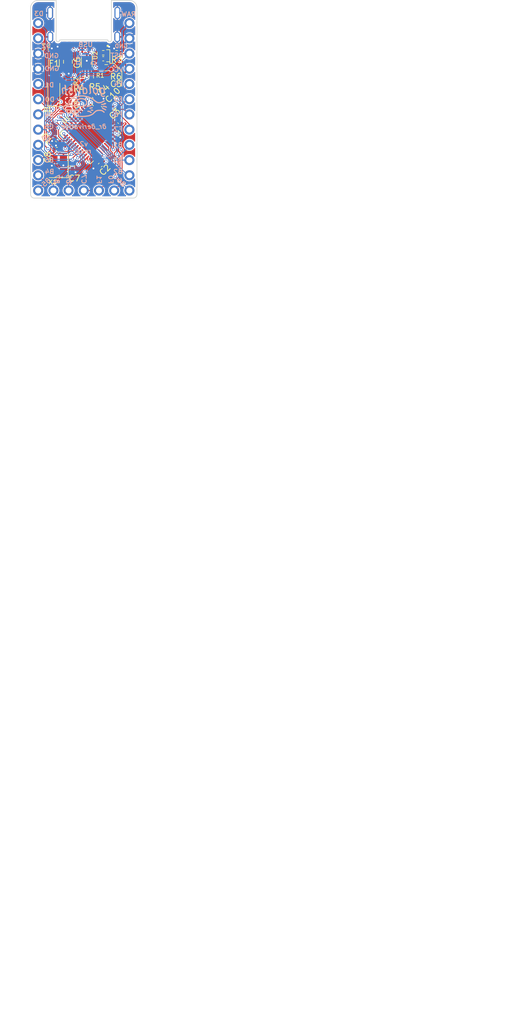
<source format=kicad_pcb>
(kicad_pcb (version 20221018) (generator pcbnew)
  (title_block (title "Goldfish v2") (date "2022-05-24") (rev "0"))
  (layers (0 "F.Cu" signal) (1 "In1.Cu" power) (2 "In2.Cu" power) (31 "B.Cu" signal) (34 "B.Paste" user) (35 "F.Paste" user) (36 "B.SilkS" user "B.Silkscreen") (37 "F.SilkS" user "F.Silkscreen") (38 "B.Mask" user) (39 "F.Mask" user) (44 "Edge.Cuts" user))
  (net 0 "")
  (net 1 "VCC")
  (net 2 "GND")
  (net 3 "VBUS")
  (net 4 "Net-(U1-XTAL1)")
  (net 5 "Net-(U1-XTAL2)")
  (net 6 "/D+")
  (net 7 "/D-")
  (net 8 "Net-(U1-UCAP)")
  (net 9 "Net-(U1-AREF)")
  (net 10 "/~{RESET}")
  (net 11 "/PF4")
  (net 12 "/PF5")
  (net 13 "/PF6")
  (net 14 "/PF7")
  (net 15 "/PB1")
  (net 16 "/PB3")
  (net 17 "/PB2")
  (net 18 "/PB6")
  (net 19 "/PB5")
  (net 20 "/PB4")
  (net 21 "/PE6")
  (net 22 "/PD7")
  (net 23 "/PC6")
  (net 24 "/PD4")
  (net 25 "/PD0")
  (net 26 "/PD1")
  (net 27 "/PD2")
  (net 28 "/PD3")
  (net 29 "/PF0")
  (net 30 "/PF1")
  (net 31 "/PC7")
  (net 32 "/PD5")
  (net 33 "/PB7")
  (net 34 "Net-(R4-Pad1)")
  (net 35 "/PD+")
  (net 36 "Net-(J1-CC1)")
  (net 37 "Net-(J1-CC2)")
  (net 38 "/PD-")
  (net 39 "Net-(R5-Pad2)")
  (net 40 "/RAW")
  (footprint "Goldfish_V2:TYPE-610-1.6-T3" (layer "F.Cu") (at 30 25.6 180)
    (fp_text reference "J1")
    (fp_text value "USB_C_Receptacle_16P")
    (fp_line (start -4.62 -4.5) (end -4.62 2.1) (stroke (width 0.12)) (layer "Edge.Cuts"))
    (fp_line (start -4.02 -4.5) (end 4.02 -4.5) (stroke (width 0.12)) (layer "Edge.Cuts"))
    (fp_line (start 4.62 -4.5) (end 4.62 2.1) (stroke (width 0.12)) (layer "Edge.Cuts"))
    (fp_arc (start -4.62 -4.5) (mid -4.32 -4.8) (end -4.02 -4.5) (stroke (width 0.12)) (layer "Edge.Cuts"))
    (fp_arc (start 4.02 -4.5) (mid 4.32 -4.8) (end 4.62 -4.5) (stroke (width 0.12)) (layer "Edge.Cuts"))
  )
  (footprint "Resistor_SMD:R_0402_1005Metric" (layer "F.Cu") (at 31.25 36.3375 90)
    (fp_text reference "R5")
    (fp_text value "22R")
  )
  (footprint "Capacitor_SMD:C_0402_1005Metric" (layer "F.Cu") (at 25.6 46.8 135)
    (fp_text reference "C1")
    (fp_text value "100nF")
  )
  (footprint "Resistor_SMD:R_0603_1608Metric" (layer "F.Cu") (at 27.5 37.99 90)
    (fp_text reference "R2")
    (fp_text value "5k1")
  )
  (footprint "Diode_SMD:D_SOD-123F" (layer "F.Cu") (at 25 39 90)
    (fp_text reference "D1")
    (fp_text value "D_Schottky")
  )
  (footprint "Capacitor_SMD:C_0402_1005Metric" (layer "F.Cu") (at 33.25 33.25)
    (fp_text reference "C5")
    (fp_text value "100nF")
  )
  (footprint "Resistor_SMD:R_0402_1005Metric" (layer "F.Cu") (at 35.5 32.25 180)
    (fp_text reference "R3")
    (fp_text value "10k")
  )
  (footprint "Crystal:Crystal_SMD_SeikoEpson_FA238-4Pin_3.2x2.5mm" (layer "F.Cu") (at 25.8 51.1 90)
    (fp_text reference "X1")
    (fp_text value "16MHz")
  )
  (footprint "Capacitor_SMD:C_0402_1005Metric" (layer "F.Cu") (at 25.5 48.4 180)
    (fp_text reference "C8")
    (fp_text value "15pF")
  )
  (footprint "Package_DFN_QFN:QFN-44-1EP_7x7mm_P0.5mm_EP5.2x5.2mm" (layer "F.Cu") (at 31.1 45.7 -45)
    (fp_text reference "U1")
    (fp_text value "ATmega32U4-MU")
  )
  (footprint "Goldfish_V2:Pins_x12" (layer "F.Cu") (at 37.62 27.3)
    (fp_text reference "J3" hide)
    (fp_text value "Conn_01x12" hide)
  )
  (footprint "Capacitor_SMD:C_0402_1005Metric" (layer "F.Cu") (at 28.1 51.2 -90)
    (fp_text reference "C7")
    (fp_text value "15pF")
  )
  (footprint "Resistor_SMD:R_0402_1005Metric" (layer "F.Cu") (at 33.25 32.25 180)
    (fp_text reference "R6")
    (fp_text value "10k")
  )
  (footprint "Goldfish_V2:Pins_x05" (layer "F.Cu") (at 35.08 55.24 -90)
    (fp_text reference "J5" hide)
    (fp_text value "Conn_01x05" hide)
  )
  (footprint "Fuse:Fuse_1206_3216Metric" (layer "F.Cu") (at 25 34 -90)
    (fp_text reference "F1")
    (fp_text value "500mA")
  )
  (footprint "Capacitor_SMD:C_0402_1005Metric" (layer "F.Cu") (at 32.75 51 -135)
    (fp_text reference "C2")
    (fp_text value "100nF")
  )
  (footprint "Capacitor_SMD:C_0402_1005Metric" (layer "F.Cu") (at 36 43.75 135)
    (fp_text reference "C3")
    (fp_text value "100nF")
  )
  (footprint "Goldfish_V2:Pins_x12" (layer "F.Cu") (at 22.38 55.24 180)
    (fp_text reference "J4" hide)
    (fp_text value "Conn_01x12" hide)
  )
  (footprint "Capacitor_SMD:C_0402_1005Metric" (layer "F.Cu") (at 31.75 39.5 135)
    (fp_text reference "C4")
    (fp_text value "100nF")
  )
  (footprint "Capacitor_SMD:C_0603_1608Metric" (layer "F.Cu") (at 27.5 41 90)
    (fp_text reference "C9")
    (fp_text value "1uF")
  )
  (footprint "Package_TO_SOT_SMD:SOT-666" (layer "F.Cu") (at 30.5 33.8375 -90)
    (fp_text reference "U2")
    (fp_text value "USBLC6-2P6")
  )
  (footprint "Capacitor_SMD:C_0805_2012Metric" (layer "F.Cu") (at 27.35 33.75 -90)
    (fp_text reference "C6")
    (fp_text value "4.7uF")
  )
  (footprint "Resistor_SMD:R_0603_1608Metric" (layer "F.Cu") (at 33.75 34.75)
    (fp_text reference "R1")
    (fp_text value "5k1")
  )
  (footprint "Resistor_SMD:R_0402_1005Metric" (layer "F.Cu") (at 29.75 36.3375 -90)
    (fp_text reference "R4")
    (fp_text value "22R")
  )
  (footprint "Capacitor_SMD:C_0402_1005Metric" (layer "F.Cu") (at 33.25 41 135)
    (fp_text reference "C10")
    (fp_text value "100nF")
  )
  (footprint "Goldfish Logo:Goldfish_Silkscreen" (layer "B.Cu") (at 30.166448 41.39637 180)
    (fp_text reference "G***" hide)
    (fp_text value "LOGO" hide)
  )
  (gr_line (start 36.36 37.86) (end 36.36 35.35) (stroke (width 0.12)) (layer "F.SilkS"))
  (gr_line (start 34.36 34.02) (end 34.36 31.74) (stroke (width 0.12)) (layer "F.SilkS"))
  (gr_line (start 34.36 31.74) (end 34.1 31.74) (stroke (width 0.12)) (layer "F.SilkS"))
  (gr_line (start 34.1 31.74) (end 33.8 31.74) (stroke (width 0.12)) (layer "F.SilkS"))
  (gr_line (start 36.36 35.35) (end 35.1 34.02) (stroke (width 0.12)) (layer "F.SilkS"))
  (gr_line (start 33.81 33.75) (end 34.36 33.75) (stroke (width 0.12)) (layer "F.SilkS"))
  (gr_line (start 35.1 34.02) (end 34.36 34.02) (stroke (width 0.12)) (layer "F.SilkS"))
  (gr_arc (start 38.89 55.875) (mid 38.704013 56.324013) (end 38.255 56.51) (stroke (width 0.12)) (layer "Edge.Cuts"))
  (gr_line (start 38.255 56.51) (end 21.745 56.51) (stroke (width 0.12)) (layer "Edge.Cuts"))
  (gr_line (start 37.62 23.5) (end 34.62 23.5) (stroke (width 0.12)) (layer "Edge.Cuts"))
  (gr_arc (start 21.11 24.76) (mid 21.485489 23.868418) (end 22.38 23.499961) (stroke (width 0.12)) (layer "Edge.Cuts"))
  (gr_line (start 38.89 24.77) (end 38.89 55.875) (stroke (width 0.12)) (layer "Edge.Cuts"))
  (gr_arc (start 37.62 23.5) (mid 38.518026 23.871974) (end 38.89 24.77) (stroke (width 0.12)) (layer "Edge.Cuts"))
  (gr_arc (start 21.745 56.51) (mid 21.295987 56.324013) (end 21.11 55.875) (stroke (width 0.12)) (layer "Edge.Cuts"))
  (gr_line (start 22.38 23.5) (end 25.38 23.5) (stroke (width 0.12)) (layer "Edge.Cuts"))
  (gr_line (start 21.11 55.875) (end 21.11 24.76) (stroke (width 0.12)) (layer "Edge.Cuts"))
  (gr_text "D+" (at 29.07 32.44 270) (layer "B.SilkS") (effects (font (size 0.75 0.8)) (justify right mirror)))
  (gr_text "USB" (at 30.3 30.89) (layer "B.SilkS") (effects (font (size 0.75 0.8)) (justify mirror)))
  (gr_text "D0" (at 23.45 40.05) (layer "B.SilkS") (effects (font (size 0.75 0.8)) (justify right mirror)))
  (gr_text "VCC" (at 36.65 35.06) (layer "B.SilkS") (effects (font (size 0.75 0.8)) (justify left mirror)))
  (gr_text "B4" (at 23.396 52.1) (layer "B.SilkS") (effects (font (size 0.75 0.8)) (justify right mirror)))
  (gr_text "F7" (at 36.58 45.02) (layer "B.SilkS") (effects (font (size 0.75 0.8)) (justify left mirror)))
  (gr_text "F6" (at 36.604 42.54) (layer "B.SilkS") (effects (font (size 0.75 0.8)) (justify left mirror)))
  (gr_text "C7" (at 30 54.224 -90) (layer "B.SilkS") (effects (font (size 0.75 0.8)) (justify left mirror)))
  (gr_text "GND" (at 37.42 31.13) (layer "B.SilkS") (effects (font (size 0.65 0.7)) (justify left mirror)))
  (gr_text "B1" (at 36.604 47.62) (layer "B.SilkS") (effects (font (size 0.75 0.8)) (justify left mirror)))
  (gr_text "B5" (at 23.1 54.5 45) (layer "B.SilkS") (effects (font (size 0.75 0.8)) (justify right mirror)))
  (gr_text "GND" (at 23.29 32.75) (layer "B.SilkS") (effects (font (size 0.75 0.8)) (justify right mirror)))
  (gr_text "D3" (at 21.62 25.72) (layer "B.SilkS") (effects (font (size 0.75 0.8)) (justify right mirror)))
  (gr_text "D7" (at 22.79 46.68) (layer "B.SilkS") (effects (font (size 0.75 0.8)) (justify right mirror)))
  (gr_text "∂r_∂erivative" (at 30.04 44.57) (layer "B.SilkS") (effects (font (size 0.75 0.8) (thickness 0.15) italic) (justify mirror)))
  (gr_text "D4" (at 23.37 42.64) (layer "B.SilkS") (effects (font (size 0.75 0.8)) (justify right mirror)))
  (gr_text "goldfish" (at 29.95 38.43) (layer "B.SilkS") (effects (font (size 1.4 1.25) (thickness 0.2) italic) (justify mirror)))
  (gr_text "B6" (at 36.9 54.5 -45) (layer "B.SilkS") (effects (font (size 0.75 0.8)) (justify left mirror)))
  (gr_text "RAW" (at 37.5 25.8) (layer "B.SilkS") (effects (font (size 0.75 0.8)) (justify mirror)))
  (gr_text "D1" (at 23.356 37.62) (layer "B.SilkS") (effects (font (size 0.75 0.8)) (justify right mirror)))
  (gr_text "C6" (at 23.32 44.57) (layer "B.SilkS") (effects (font (size 0.75 0.8)) (justify right mirror)))
  (gr_text "RST" (at 36.74 32.7) (layer "B.SilkS") (effects (font (size 0.75 0.8)) (justify left mirror)))
  (gr_text "F4" (at 36.604 37.46) (layer "B.SilkS") (effects (font (size 0.75 0.8)) (justify left mirror)))
  (gr_text "B7" (at 25.5 54.224 -90) (layer "B.SilkS") (effects (font (size 0.75 0.8)) (justify left mirror)))
  (gr_text "F0" (at 34.5 54.224 -90) (layer "B.SilkS") (effects (font (size 0.75 0.8)) (justify left mirror)))
  (gr_text "D2" (at 22.83 31.06) (layer "B.SilkS") (effects (font (size 0.75 0.8)) (justify right mirror)))
  (gr_text "D-" (at 31.57 32.45 270) (layer "B.SilkS") (effects (font (size 0.75 0.8)) (justify right mirror)))
  (gr_text "B3" (at 36.604 50.16) (layer "B.SilkS") (effects (font (size 0.75 0.8)) (justify left mirror)))
  (gr_text "v2\nrev1" (at 30 48.08) (layer "B.SilkS") (effects (font (size 0.75 0.8)) (justify mirror)))
  (gr_text "GND" (at 23.36 34.89) (layer "B.SilkS") (effects (font (size 0.75 0.8)) (justify right mirror)))
  (gr_text "B2" (at 36.604 52.1) (layer "B.SilkS") (effects (font (size 0.75 0.8)) (justify left mirror)))
  (gr_text "E6" (at 23.396 50.16) (layer "B.SilkS") (effects (font (size 0.75 0.8)) (justify right mirror)))
  (gr_text "F1" (at 32.54 54.224 -90) (layer "B.SilkS") (effects (font (size 0.75 0.8)) (justify left mirror)))
  (gr_text "F5" (at 36.604 40) (layer "B.SilkS") (effects (font (size 0.75 0.8)) (justify left mirror)))
  (gr_text "D5" (at 27.46 54.224 -90) (layer "B.SilkS") (effects (font (size 0.75 0.8)) (justify left mirror)))
  (segment (start 37.502182 34.92) (end 37.62 34.92) (width 0.3) (layer "F.Cu") (net 1))
  (segment (start 34.99 32.29) (end 37.62 34.92) (width 0.3) (layer "F.Cu") (net 1))
  (segment (start 26.904016 47.774664) (end 27.679371 46.999309) (width 0.3) (layer "F.Cu") (net 1))
  (segment (start 33.41 50.34) (end 33.7 50.34) (width 0.25) (layer "F.Cu") (net 1))
  (segment (start 33.089411 50.660589) (end 33.089411 50.517838) (width 0.25) (layer "F.Cu") (net 1))
  (segment (start 34.99 32.25) (end 34.99 32.29) (width 0.3) (layer "F.Cu") (net 1))
  (segment (start 31.164402 41.044464) (end 31.164402 40.602867) (width 0.3) (layer "F.Cu") (net 1))
  (segment (start 32.582771 39.839411) (end 37.502182 34.92) (width 0.3) (layer "F.Cu") (net 1))
  (segment (start 35.848822 44.58) (end 36.339411 44.089411) (width 0.3) (layer "F.Cu") (net 1))
  (segment (start 33.089411 50.660589) (end 33.41 50.34) (width 0.25) (layer "F.Cu") (net 1))
  (segment (start 35.52 45.400062) (end 35.227736 45.107798) (width 0.3) (layer "F.Cu") (net 1))
  (segment (start 33.089411 50.517838) (end 32.045755 49.474182) (width 0.25) (layer "F.Cu") (net 1))
  (segment (start 31.692202 41.572264) (end 31.164402 41.044464) (width 0.3) (layer "F.Cu") (net 1))
  (segment (start 35.227736 45.107798) (end 35.755534 44.58) (width 0.3) (layer "F.Cu") (net 1))
  (segment (start 25 40.4) (end 26.1 40.4) (width 0.3) (layer "F.Cu") (net 1))
  (segment (start 31.692202 41.572264) (end 31.692202 40.23662) (width 0.3) (layer "F.Cu") (net 1))
  (segment (start 31.692202 40.23662) (end 32.089411 39.839411) (width 0.3) (layer "F.Cu") (net 1))
  (segment (start 26.526999 47.774664) (end 26.904016 47.774664) (width 0.3) (layer "F.Cu") (net 1))
  (segment (start 35.755534 44.58) (end 35.848822 44.58) (width 0.3) (layer "F.Cu") (net 1))
  (segment (start 26.904016 47.774664) (end 26.904016 48.231013) (width 0.3) (layer "F.Cu") (net 1))
  (segment (start 26.1 40.4) (end 26.130357 40.430357) (width 0.3) (layer "F.Cu") (net 1))
  (segment (start 25.939411 47.187076) (end 26.526999 47.774664) (width 0.3) (layer "F.Cu") (net 1))
  (segment (start 32.089411 39.839411) (end 32.582771 39.839411) (width 0.3) (layer "F.Cu") (net 1))
  (segment (start 35.52 45.400062) (end 35.52 45.69) (width 0.3) (layer "F.Cu") (net 1))
  (segment (start 25.939411 47.139411) (end 25.939411 47.187076) (width 0.3) (layer "F.Cu") (net 1))
  (segment (start 26.904016 48.231013) (end 26.918003 48.245) (width 0.3) (layer "F.Cu") (net 1))
  (via (at 33.7 50.34) (size 0.5) (drill 0.3) (layers "F.Cu" "B.Cu") (net 1))
  (via (at 31.164402 40.602867) (size 0.5) (drill 0.3) (layers "F.Cu" "B.Cu") (net 1))
  (via (at 35.52 45.69) (size 0.5) (drill 0.3) (layers "F.Cu" "B.Cu") (net 1))
  (via (at 26.918003 48.245) (size 0.5) (drill 0.3) (layers "F.Cu" "B.Cu") (net 1))
  (via (at 26.130357 40.430357) (size 0.5) (drill 0.3) (layers "F.Cu" "B.Cu") (net 1))
  (segment (start 29.093585 42.986478) (end 31.1 44.992893) (width 0.25) (layer "F.Cu") (net 2))
  (segment (start 34.575 34.095) (end 33.73 33.25) (width 0.3) (layer "F.Cu") (net 2))
  (segment (start 33.73 32.28) (end 33.76 32.25) (width 0.3) (layer "F.Cu") (net 2))
  (segment (start 34.575 34.75) (end 34.575 34.095) (width 0.3) (layer "F.Cu") (net 2))
  (segment (start 25.260589 46.460589) (end 24.740821 46.980357) (width 0.3) (layer "F.Cu") (net 2))
  (segment (start 30.5 32.9125) (end 30.5 33.5875) (width 0.3) (layer "F.Cu") (net 2))
  (segment (start 26.675 30.8) (end 26.05 30.8) (width 0.3) (layer "F.Cu") (net 2))
  (segment (start 24.66 51.099502) (end 25 51.439502) (width 0.3) (layer "F.Cu") (net 2))
  (segment (start 28.1 51.683606) (end 28.62 52.203606) (width 0.3) (layer "F.Cu") (net 2))
  (segment (start 35.227736 46.292202) (end 36.042202 46.292202) (width 0.25) (layer "F.Cu") (net 2))
  (segment (start 32.910589 40.660589) (end 32.910589 40.299411) (width 0.25) (layer "F.Cu") (net 2))
  (segment (start 32.410589 51.339411) (end 31.837821 51.339411) (width 0.25) (layer "F.Cu") (net 2))
  (segment (start 32.460798 39.160589) (end 32.472286 39.172077) (width 0.3) (layer "F.Cu") (net 2))
  (segment (start 31.1 42.871573) (end 31.1 45.7) (width 0.25) (layer "F.Cu") (net 2))
  (segment (start 25.02 48.4) (end 25.02 48.061101) (width 0.3) (layer "F.Cu") (net 2))
  (segment (start 26.05 30.8) (end 25.62 31.23) (width 0.3) (layer "F.Cu") (net 2))
  (segment (start 32.910589 41.060984) (end 32.910589 40.660589) (width 0.25) (layer "F.Cu") (net 2))
  (segment (start 27.35 35.1) (end 27.35 35.599998) (width 0.3) (layer "F.Cu") (net 2))
  (segment (start 34.635534 45.7) (end 31.1 45.7) (width 0.25) (layer "F.Cu") (net 2))
  (segment (start 33.73 33.25) (end 33.73 32.28) (width 0.3) (layer "F.Cu") (net 2))
  (segment (start 34.79 31.25) (end 35.07 31.53) (width 0.3) (layer "F.Cu") (net 2))
  (segment (start 28.032924 47.352862) (end 29.685786 45.7) (width 0.25) (layer "F.Cu") (net 2))
  (segment (start 34.250028 31.25) (end 34.235028 31.235) (width 0.3) (layer "F.Cu") (net 2))
  (segment (start 34.874182 44.754245) (end 33.928427 45.7) (width 0.25) (layer "F.Cu") (net 2))
  (segment (start 35.227736 46.292202) (end 34.635534 45.7) (width 0.25) (layer "F.Cu") (net 2))
  (segment (start 32.910589 40.299411) (end 33.3 39.91) (width 0.25) (layer "F.Cu") (net 2))
  (segment (start 31.692202 49.827736) (end 31.1 49.235534) (width 0.25) (layer "F.Cu") (net 2))
  (segment (start 32.410589 51.339411) (end 32.410589 50.540589) (width 0.25) (layer "F.Cu") (net 2))
  (segment (start 34.874182 44.754245) (end 35.660589 43.967838) (width 0.25) (layer "F.Cu") (net 2))
  (segment (start 27.35 35.599998) (end 27.48 35.729998) (width 0.3) (layer "F.Cu") (net 2))
  (segment (start 25.02 48.061101) (end 25.352119 47.728982) (width 0.3) (layer "F.Cu") (net 2))
  (segment (start 31.410589 39.160589) (end 32.460798 39.160589) (width 0.3) (layer "F.Cu") (net 2))
  (segment (start 24.740821 46.980357) (end 24.700357 46.980357) (width 0.3) (layer "F.Cu") (net 2))
  (segment (start 31.1 44.992893) (end 31.1 45.7) (width 0.25) (layer "F.Cu") (net 2))
  (segment (start 36.042202 46.292202) (end 36.09 46.34) (width 0.25) (layer "F.Cu") (net 2))
  (segment (start 33.325 30.8) (end 33.76 31.235) (width 0.3) (layer "F.Cu") (net 2))
  (segment (start 26.6 51.0405) (end 26.6 50) (width 0.3) (layer "F.Cu") (net 2))
  (segment (start 28.1 51.68) (end 28.1 51.683606) (width 0.3) (layer "F.Cu") (net 2))
  (segment (start 33.76 31.235) (end 34.235028 31.235) (width 0.3) (layer "F.Cu") (net 2))
  (segment (start 26.59 51.0505) (end 26.6 51.0405) (width 0.3) (layer "F.Cu") (net 2))
  (segment (start 32.045755 41.925818) (end 31.1 42.871573) (width 0.25) (layer "F.Cu") (net 2))
  (segment (start 35.660589 43.967838) (end 35.660589 43.410589) (width 0.25) (layer "F.Cu") (net 2))
  (segment (start 32.045755 41.925818) (end 32.910589 41.060984) (width 0.25) (layer "F.Cu") (net 2))
  (segment (start 29.685786 45.7) (end 31.1 45.7) (width 0.25) (layer "F.Cu") (net 2))
  (segment (start 31.1 49.235534) (end 31.1 45.7) (width 0.25) (layer "F.Cu") (net 2))
  (segment (start 25.62 31.23) (end 24.949998 31.23) (width 0.3) (layer "F.Cu") (net 2))
  (segment (start 24.949998 31.23) (end 24.659998 31.52) (width 0.3) (layer "F.Cu") (net 2))
  (segment (start 33.76 32.25) (end 33.76 31.235) (width 0.3) (layer "F.Cu") (net 2))
  (segment (start 27.75 34.7) (end 27.35 35.1) (width 0.3) (layer "F.Cu") (net 2))
  (segment (start 34.250028 31.25) (end 34.79 31.25) (width 0.3) (layer "F.Cu") (net 2))
  (segment (start 31.837821 51.339411) (end 31.613546 51.563686) (width 0.25) (layer "F.Cu") (net 2))
  (segment (start 31.697736 49.827736) (end 31.692202 49.827736) (width 0.25) (layer "F.Cu") (net 2))
  (segment (start 32.410589 50.540589) (end 31.697736 49.827736) (width 0.25) (layer "F.Cu") (net 2))
  (segment (start 25 51.439502) (end 25 52.2) (width 0.3) (layer "F.Cu") (net 2))
  (segment (start 33.928427 45.7) (end 31.1 45.7) (width 0.25) (layer "F.Cu") (net 2))
  (via (at 25.62 31.23) (size 0.5) (drill 0.3) (layers "F.Cu" "B.Cu") (net 2))
  (via (at 24.659998 31.52) (size 0.5) (drill 0.3) (layers "F.Cu" "B.Cu") (net 2))
  (via (at 34.250028 31.25) (size 0.5) (drill 0.3) (layers "F.Cu" "B.Cu") (net 2))
  (via (at 35.07 31.53) (size 0.5) (drill 0.3) (layers "F.Cu" "B.Cu") (net 2))
  (via (at 31.613546 51.563686) (size 0.5) (drill 0.3) (layers "F.Cu" "B.Cu") (net 2))
  (via (at 32.472286 39.172077) (size 0.5) (drill 0.3) (layers "F.Cu" "B.Cu") (net 2))
  (via (at 26.59 51.0505) (size 0.5) (drill 0.3) (layers "F.Cu" "B.Cu") (net 2))
  (via (at 25.352119 47.728982) (size 0.5) (drill 0.3) (layers "F.Cu" "B.Cu") (net 2))
  (via (at 28.62 52.203606) (size 0.5) (drill 0.3) (layers "F.Cu" "B.Cu") (net 2))
  (via (at 36.09 46.34) (size 0.5) (drill 0.3) (layers "F.Cu" "B.Cu") (net 2))
  (via (at 33.3 39.91) (size 0.5) (drill 0.3) (layers "F.Cu" "B.Cu") (net 2))
  (via (at 24.700357 46.980357) (size 0.5) (drill 0.3) (layers "F.Cu" "B.Cu") (net 2))
  (via (at 24.66 51.099502) (size 0.5) (drill 0.3) (layers "F.Cu" "B.Cu") (net 2))
  (via (at 27.48 35.729998) (size 0.5) (drill 0.3) (layers "F.Cu" "B.Cu") (net 2))
  (via (at 30.5 33.5875) (size 0.5) (drill 0.3) (layers "F.Cu" "B.Cu") (net 2))
  (segment (start 30.5 34.7625) (end 30.5 36.35) (width 0.25) (layer "F.Cu") (net 3))
  (segment (start 30.5 36.35) (end 30.535876 36.385876) (width 0.25) (layer "F.Cu") (net 3))
  (segment (start 28.386478 43.693585) (end 27.633687 42.940794) (width 0.25) (layer "F.Cu") (net 3))
  (segment (start 29.67 41.441573) (end 29.67 40.815) (width 0.25) (layer "F.Cu") (net 3))
  (segment (start 27.633687 42.940794) (end 27.633687 42.658812) (width 0.25) (layer "F.Cu") (net 3))
  (segment (start 25 32.6) (end 25 32.5) (width 0.3) (layer "F.Cu") (net 3))
  (segment (start 30.154245 41.925818) (end 29.67 41.441573) (width 0.25) (layer "F.Cu") (net 3))
  (via (at 27.633687 42.658812) (size 0.5) (drill 0.3) (layers "F.Cu" "B.Cu") (net 3))
  (via (at 29.67 40.815) (size 0.5) (drill 0.3) (layers "F.Cu" "B.Cu") (net 3))
  (via (at 30.535876 36.385876) (size 0.5) (drill 0.3) (layers "F.Cu" "B.Cu") (net 3))
  (segment (start 29.67 40.815) (end 27.826188 42.658812) (width 0.25) (layer "B.Cu") (net 3))
  (segment (start 28.96 37.961752) (end 30.535876 36.385876) (width 0.25) (layer "B.Cu") (net 3))
  (segment (start 29.67 40.815) (end 28.96 40.105) (width 0.25) (layer "B.Cu") (net 3))
  (segment (start 27.826188 42.658812) (end 27.633687 42.658812) (width 0.25) (layer "B.Cu") (net 3))
  (segment (start 28.96 40.105) (end 28.96 37.961752) (width 0.25) (layer "B.Cu") (net 3))
  (segment (start 26.62 52.2) (end 28.1 50.72) (width 0.15) (layer "F.Cu") (net 4))
  (segment (start 28.1 50.72) (end 27.454264 50.074264) (width 0.15) (layer "F.Cu") (net 4))
  (segment (start 26.6 52.2) (end 26.62 52.2) (width 0.15) (layer "F.Cu") (net 4))
  (segment (start 28.184192 48.615808) (end 28.740031 48.059969) (width 0.15) (layer "F.Cu") (net 4))
  (segment (start 27.454264 49.02) (end 27.858456 48.615808) (width 0.15) (layer "F.Cu") (net 4))
  (segment (start 27.858456 48.615808) (end 28.184192 48.615808) (width 0.15) (layer "F.Cu") (net 4))
  (segment (start 27.454264 50.074264) (end 27.454264 49.02) (width 0.15) (layer "F.Cu") (net 4))
  (segment (start 27.33 48.72) (end 28.343585 47.706415) (width 0.15) (layer "F.Cu") (net 5))
  (segment (start 26.3 48.72) (end 27.33 48.72) (width 0.15) (layer "F.Cu") (net 5))
  (segment (start 25 50) (end 25 49.38) (width 0.15) (layer "F.Cu") (net 5))
  (segment (start 25 49.38) (end 25.98 48.4) (width 0.15) (layer "F.Cu") (net 5))
  (segment (start 28.343585 47.706415) (end 28.386478 47.706415) (width 0.15) (layer "F.Cu") (net 5))
  (segment (start 25.98 48.4) (end 26.3 48.72) (width 0.15) (layer "F.Cu") (net 5))
  (segment (start 30.25 30.8) (end 30.25 31.75) (width 0.3) (layer "F.Cu") (net 6))
  (segment (start 29.25 31.649994) (end 29.25 30.85) (width 0.3) (layer "F.Cu") (net 6))
  (segment (start 29.1 32.637107) (end 29.450393 32.9875) (width 0.3) (layer "F.Cu") (net 6))
  (segment (start 29.149994 31.75) (end 29.1 31.799994) (width 0.3) (layer "F.Cu") (net 6))
  (segment (start 29.450393 32.9875) (end 29.9625 32.9875) (width 0.3) (layer "F.Cu") (net 6))
  (segment (start 29.149994 31.75) (end 29.25 31.649994) (width 0.3) (layer "F.Cu") (net 6))
  (segment (start 29.1 31.799994) (end 29.1 32.637107) (width 0.3) (layer "F.Cu") (net 6))
  (via (at 30.25 31.75) (size 0.5) (drill 0.3) (layers "F.Cu" "B.Cu") (net 6))
  (via (at 29.149994 31.75) (size 0.5) (drill 0.3) (layers "F.Cu" "B.Cu") (net 6))
  (segment (start 30.25 31.75) (end 29.149994 31.75) (width 0.3) (layer "B.Cu") (net 6))
  (segment (start 31.04 32.985) (end 31.0375 32.9875) (width 0.3) (layer "F.Cu") (net 7))
  (segment (start 29.75 30.8) (end 29.75 32.27) (width 0.3) (layer "F.Cu") (net 7))
  (segment (start 31.04 32.35) (end 31.04 32.985) (width 0.3) (layer "F.Cu") (net 7))
  (segment (start 31.04 32.35) (end 30.75 32.06) (width 0.3) (layer "F.Cu") (net 7))
  (segment (start 30.75 32.06) (end 30.75 30.85) (width 0.3) (layer "F.Cu") (net 7))
  (via (at 31.04 32.35) (size 0.5) (drill 0.3) (layers "F.Cu" "B.Cu") (net 7))
  (via (at 29.6 32.43) (size 0.5) (drill 0.3) (layers "F.Cu" "B.Cu") (net 7))
  (segment (start 30.96 32.43) (end 29.6 32.43) (width 0.3) (layer "B.Cu") (net 7))
  (segment (start 31.04 32.35) (end 30.96 32.43) (width 0.3) (layer "B.Cu") (net 7))
  (segment (start 27.841011 42.025) (end 28.304273 42.488262) (width 0.25) (layer "F.Cu") (net 8))
  (segment (start 28.304273 42.488262) (end 28.304273 42.904273) (width 0.25) (layer "F.Cu") (net 8))
  (segment (start 27.25 42.025) (end 27.841011 42.025) (width 0.25) (layer "F.Cu") (net 8))
  (segment (start 28.304273 42.904273) (end 28.740031 43.340031) (width 0.25) (layer "F.Cu") (net 8))
  (segment (start 32.399309 42.279371) (end 33.339269 41.339411) (width 0.15) (layer "F.Cu") (net 9))
  (segment (start 33.339269 41.339411) (end 33.589411 41.339411) (width 0.15) (layer "F.Cu") (net 9))
  (segment (start 36.14 32.38) (end 37.62 32.38) (width 0.15) (layer "F.Cu") (net 10))
  (segment (start 25.776548 46.191163) (end 25.776548 44.822422) (width 0.15) (layer "F.Cu") (net 10))
  (segment (start 36.01 32.25) (end 36.14 32.38) (width 0.15) (layer "F.Cu") (net 10))
  (segment (start 27.325818 46.645755) (end 27.011801 46.959772) (width 0.15) (layer "F.Cu") (net 10))
  (segment (start 26.545157 46.959772) (end 25.776548 46.191163) (width 0.15) (layer "F.Cu") (net 10))
  (segment (start 27.011801 46.959772) (end 26.545157 46.959772) (width 0.15) (layer "F.Cu") (net 10))
  (via (at 25.776548 44.822422) (size 0.5) (drill 0.3) (layers "F.Cu" "B.Cu") (net 10))
  (segment (start 34.089124 35.910876) (end 29.84562 35.910876) (width 0.15) (layer "B.Cu") (net 10))
  (segment (start 37.62 32.38) (end 34.089124 35.910876) (width 0.15) (layer "B.Cu") (net 10))
  (segment (start 29.84562 35.910876) (end 24.354812 41.401684) (width 0.15) (layer "B.Cu") (net 10))
  (segment (start 25.432422 44.822422) (end 25.776548 44.822422) (width 0.15) (layer "B.Cu") (net 10))
  (segment (start 24.354812 41.401684) (end 24.354812 43.744812) (width 0.15) (layer "B.Cu") (net 10))
  (segment (start 24.354812 43.744812) (end 25.432422 44.822422) (width 0.15) (layer "B.Cu") (net 10))
  (segment (start 33.459969 43.340031) (end 33.459969 43.290031) (width 0.15) (layer "F.Cu") (net 11))
  (segment (start 36.05 39.03) (end 37.62 37.46) (width 0.15) (layer "F.Cu") (net 11))
  (segment (start 33.459969 43.290031) (end 33.75 43) (width 0.15) (layer "F.Cu") (net 11))
  (segment (start 33.459969 43.290031) (end 33.469969 43.290031) (width 0.15) (layer "F.Cu") (net 11))
  (segment (start 33.469969 43.290031) (end 36.05 40.71) (width 0.15) (layer "F.Cu") (net 11))
  (segment (start 36.05 40.71) (end 36.05 39.03) (width 0.15) (layer "F.Cu") (net 11))
  (segment (start 34.127539 43.142461) (end 34.127539 43.379568) (width 0.15) (layer "F.Cu") (net 12))
  (segment (start 37.62 40) (end 37.27 40) (width 0.15) (layer "F.Cu") (net 12))
  (segment (start 37.27 40) (end 34.127539 43.142461) (width 0.15) (layer "F.Cu") (net 12))
  (segment (start 34.127539 43.379568) (end 33.813522 43.693585) (width 0.15) (layer "F.Cu") (net 12))
  (segment (start 34.53 43.684214) (end 34.53 43.32028) (width 0.15) (layer "F.Cu") (net 13))
  (segment (start 36.77 41.69) (end 37.62 42.54) (width 0.15) (layer "F.Cu") (net 13))
  (segment (start 34.53 43.32028) (end 36.16028 41.69) (width 0.15) (layer "F.Cu") (net 13))
  (segment (start 36.16028 41.69) (end 36.77 41.69) (width 0.15) (layer "F.Cu") (net 13))
  (segment (start 34.167076 44.047138) (end 34.53 43.684214) (width 0.15) (layer "F.Cu") (net 13))
  (segment (start 34.9 44.02132) (end 34.520629 44.400691) (width 0.15) (layer "F.Cu") (net 14))
  (segment (start 37.62 44.196386) (end 36.143158 42.719544) (width 0.15) (layer "F.Cu") (net 14))
  (segment (start 36.143158 42.719544) (end 35.565 42.719544) (width 0.15) (layer "F.Cu") (net 14))
  (segment (start 35.565 42.719544) (end 34.9 43.384544) (width 0.15) (layer "F.Cu") (net 14))
  (segment (start 34.9 43.384544) (end 34.9 44.02132) (width 0.15) (layer "F.Cu") (net 14))
  (segment (start 37.62 45.08) (end 37.62 44.196386) (width 0.15) (layer "F.Cu") (net 14))
  (segment (start 26.256128 42.977448) (end 25.827448 42.977448) (width 0.15) (layer "F.Cu") (net 15))
  (segment (start 25.827448 42.977448) (end 25.800876 42.950876) (width 0.15) (layer "F.Cu") (net 15))
  (segment (start 27.679371 44.400691) (end 26.256128 42.977448) (width 0.15) (layer "F.Cu") (net 15))
  (via (at 25.800876 42.950876) (size 0.5) (drill 0.3) (layers "F.Cu" "B.Cu") (net 15))
  (segment (start 37.62 47.819999) (end 35.589999 49.85) (width 0.15) (layer "B.Cu") (net 15))
  (segment (start 35.589999 49.85) (end 35.39 49.85) (width 0.15) (layer "B.Cu") (net 15))
  (segment (start 26.065843 43.215843) (end 25.800876 42.950876) (width 0.15) (layer "B.Cu") (net 15))
  (segment (start 29.29 43.75) (end 27.147769 43.75) (width 0.15) (layer "B.Cu") (net 15))
  (segment (start 35.39 49.85) (end 29.29 43.75) (width 0.15) (layer "B.Cu") (net 15))
  (segment (start 26.613612 43.215843) (end 26.065843 43.215843) (width 0.15) (layer "B.Cu") (net 15))
  (segment (start 27.147769 43.75) (end 26.613612 43.215843) (width 0.15) (layer "B.Cu") (net 15))
  (segment (start 37.62 47.62) (end 37.62 47.819999) (width 0.15) (layer "B.Cu") (net 15))
  (segment (start 26.325843 44.465843) (end 26.095844 44.465843) (width 0.15) (layer "F.Cu") (net 16))
  (segment (start 26.972264 45.107798) (end 26.967798 45.107798) (width 0.15) (layer "F.Cu") (net 16))
  (segment (start 25.374847 43.744846) (end 25.374847 43.64999) (width 0.15) (layer "F.Cu") (net 16))
  (segment (start 25.374847 43.748969) (end 25.374847 43.64999) (width 0.15) (layer "F.Cu") (net 16))
  (segment (start 26.095844 44.465843) (end 25.374847 43.744846) (width 0.15) (layer "F.Cu") (net 16))
  (segment (start 26.967798 45.107798) (end 26.325843 44.465843) (width 0.15) (layer "F.Cu") (net 16))
  (via (at 25.374847 43.64999) (size 0.5) (drill 0.3) (layers "F.Cu" "B.Cu") (net 16))
  (segment (start 35.25 50.16) (end 29.29 44.2) (width 0.15) (layer "B.Cu") (net 16))
  (segment (start 26.489348 43.515843) (end 26.095844 43.515843) (width 0.15) (layer "B.Cu") (net 16))
  (segment (start 29.29 44.2) (end 27.173505 44.2) (width 0.15) (layer "B.Cu") (net 16))
  (segment (start 27.173505 44.2) (end 26.489348 43.515843) (width 0.15) (layer "B.Cu") (net 16))
  (segment (start 37.62 50.16) (end 35.25 50.16) (width 0.15) (layer "B.Cu") (net 16))
  (segment (start 26.095844 43.515843) (end 26.095086 43.516601) (width 0.15) (layer "B.Cu") (net 16))
  (segment (start 26.095086 43.516601) (end 25.508236 43.516601) (width 0.15) (layer "B.Cu") (net 16))
  (segment (start 25.508236 43.516601) (end 25.374847 43.64999) (width 0.15) (layer "B.Cu") (net 16))
  (segment (start 26.562416 43.990843) (end 26.292596 43.990843) (width 0.15) (layer "F.Cu") (net 17))
  (segment (start 27.325818 44.754245) (end 26.562416 43.990843) (width 0.15) (layer "F.Cu") (net 17))
  (via (at 26.292596 43.990843) (size 0.5) (drill 0.3) (layers "F.Cu" "B.Cu") (net 17))
  (segment (start 29.15 44.5) (end 26.801753 44.5) (width 0.15) (layer "B.Cu") (net 17))
  (segment (start 37.62 52.7) (end 37.35 52.7) (width 0.15) (layer "B.Cu") (net 17))
  (segment (start 26.801753 44.5) (end 26.292596 43.990843) (width 0.15) (layer "B.Cu") (net 17))
  (segment (start 37.35 52.7) (end 29.15 44.5) (width 0.15) (layer "B.Cu") (net 17))
  (segment (start 34.649124 47.83491) (end 34.649124 47.987372) (width 0.15) (layer "F.Cu") (net 18))
  (segment (start 34.792584 48.930382) (end 34.792584 49.46804) (width 0.15) (layer "F.Cu") (net 18))
  (segment (start 34.474998 48.161498) (end 34.474998 48.612796) (width 0.15) (layer "F.Cu") (net 18))
  (segment (start 35.269928 49.945384) (end 35.269928 52.89) (width 0.15) (layer "F.Cu") (net 18))
  (segment (start 34.792584 49.46804) (end 35.269928 49.945384) (width 0.15) (layer "F.Cu") (net 18))
  (segment (start 34.649124 47.987372) (end 34.474998 48.161498) (width 0.15) (layer "F.Cu") (net 18))
  (segment (start 34.474998 48.612796) (end 34.792584 48.930382) (width 0.15) (layer "F.Cu") (net 18))
  (segment (start 34.167076 47.352862) (end 34.649124 47.83491) (width 0.15) (layer "F.Cu") (net 18))
  (via (at 35.269928 52.89) (size 0.5) (drill 0.3) (layers "F.Cu" "B.Cu") (net 18))
  (segment (start 37.62 55.24) (end 35.27 52.89) (width 0.15) (layer "B.Cu") (net 18))
  (segment (start 35.27 52.89) (end 35.269928 52.89) (width 0.15) (layer "B.Cu") (net 18))
  (segment (start 23.455 54.165) (end 31.39528 54.165) (width 0.15) (layer "F.Cu") (net 19))
  (segment (start 34.775 50.78528) (end 34.775 49.87472) (width 0.15) (layer "F.Cu") (net 19))
  (segment (start 34.775 49.87472) (end 34.492584 49.592304) (width 0.15) (layer "F.Cu") (net 19))
  (segment (start 22.38 55.24) (end 23.455 54.165) (width 0.15) (layer "F.Cu") (net 19))
  (segment (start 34.174124 48.736186) (end 34.174124 48.067017) (width 0.15) (layer "F.Cu") (net 19))
  (segment (start 34.492584 49.054646) (end 34.174124 48.736186) (width 0.15) (layer "F.Cu") (net 19))
  (segment (start 34.492584 49.592304) (end 34.492584 49.054646) (width 0.15) (layer "F.Cu") (net 19))
  (segment (start 34.174124 48.067017) (end 33.813522 47.706415) (width 0.15) (layer "F.Cu") (net 19))
  (segment (start 31.39528 54.165) (end 34.775 50.78528) (width 0.15) (layer "F.Cu") (net 19))
  (segment (start 34.192584 49.716568) (end 34.192584 49.17891) (width 0.15) (layer "F.Cu") (net 20))
  (segment (start 33.874124 48.86045) (end 33.874124 48.474124) (width 0.15) (layer "F.Cu") (net 20))
  (segment (start 23.545 53.865) (end 31.271016 53.865) (width 0.15) (layer "F.Cu") (net 20))
  (segment (start 34.475 50.661016) (end 34.475 49.998984) (width 0.15) (layer "F.Cu") (net 20))
  (segment (start 34.475 49.998984) (end 34.192584 49.716568) (width 0.15) (layer "F.Cu") (net 20))
  (segment (start 34.192584 49.17891) (end 33.874124 48.86045) (width 0.15) (layer "F.Cu") (net 20))
  (segment (start 31.271016 53.865) (end 34.475 50.661016) (width 0.15) (layer "F.Cu") (net 20))
  (segment (start 22.38 52.7) (end 23.545 53.865) (width 0.15) (layer "F.Cu") (net 20))
  (segment (start 33.874124 48.474124) (end 33.459969 48.059969) (width 0.15) (layer "F.Cu") (net 20))
  (segment (start 30.507798 41.572264) (end 30.507798 40.122204) (width 0.15) (layer "F.Cu") (net 21))
  (segment (start 26.190417 41.449583) (end 26.190417 41.428264) (width 0.15) (layer "F.Cu") (net 21))
  (segment (start 24.488604 48.468148) (end 24.488604 47.470356) (width 0.15) (layer "F.Cu") (net 21))
  (segment (start 23.755 46.736752) (end 23.755 43.885) (width 0.15) (layer "F.Cu") (net 21))
  (segment (start 22.796752 50.16) (end 24.488604 48.468148) (width 0.15) (layer "F.Cu") (net 21))
  (segment (start 24.488604 47.470356) (end 23.755 46.736752) (width 0.15) (layer "F.Cu") (net 21))
  (segment (start 23.755 43.885) (end 26.190417 41.449583) (width 0.15) (layer "F.Cu") (net 21))
  (segment (start 30.507798 40.122204) (end 30.65 39.980002) (width 0.15) (layer "F.Cu") (net 21))
  (segment (start 22.38 50.16) (end 22.796752 50.16) (width 0.15) (layer "F.Cu") (net 21))
  (via (at 26.190417 41.428264) (size 0.5) (drill 0.3) (layers "F.Cu" "B.Cu") (net 21))
  (via (at 30.65 39.980002) (size 0.5) (drill 0.3) (layers "F.Cu" "B.Cu") (net 21))
  (segment (start 27.142499 42.380346) (end 27.142499 42.839376) (width 0.15) (layer "B.Cu") (net 21))
  (segment (start 27.142499 42.839376) (end 27.436935 43.133812) (width 0.15) (layer "B.Cu") (net 21))
  (segment (start 30.65 40.822793) (end 30.65 39.980002) (width 0.15) (layer "B.Cu") (net 21))
  (segment (start 28.338981 43.133812) (end 30.65 40.822793) (width 0.15) (layer "B.Cu") (net 21))
  (segment (start 26.190417 41.428264) (end 27.142499 42.380346) (width 0.15) (layer "B.Cu") (net 21))
  (segment (start 27.436935 43.133812) (end 28.338981 43.133812) (width 0.15) (layer "B.Cu") (net 21))
  (segment (start 34.175 50.536752) (end 32.56175 52.150002) (width 0.15) (layer "F.Cu") (net 22))
  (segment (start 33.106415 48.413522) (end 33.106415 48.517005) (width 0.15) (layer "F.Cu") (net 22))
  (segment (start 34.175 50.143248) (end 34.175 50.536752) (width 0.15) (layer "F.Cu") (net 22))
  (segment (start 33.106415 48.517005) (end 33.892583 49.303173) (width 0.15) (layer "F.Cu") (net 22))
  (segment (start 33.892583 49.860831) (end 34.175 50.143248) (width 0.15) (layer "F.Cu") (net 22))
  (segment (start 33.892583 49.303173) (end 33.892583 49.860831) (width 0.15) (layer "F.Cu") (net 22))
  (segment (start 32.56175 52.150002) (end 30.189998 52.150002) (width 0.15) (layer "F.Cu") (net 22))
  (via (at 30.189998 52.150002) (size 0.5) (drill 0.3) (layers "F.Cu" "B.Cu") (net 22))
  (segment (start 31.15 51.19) (end 30.189998 52.150002) (width 0.15) (layer "B.Cu") (net 22))
  (segment (start 27.386041 51.325) (end 29.295 51.325) (width 0.15) (layer "B.Cu") (net 22))
  (segment (start 26.523248 45.125) (end 26.916752 45.125) (width 0.15) (layer "B.Cu") (net 22))
  (segment (start 26.523248 46.535) (end 26.025 46.036752) (width 0.15) (layer "B.Cu") (net 22))
  (segment (start 22.38 47.62) (end 22.38 47.834595) (width 0.15) (layer "B.Cu") (net 22))
  (segment (start 22.38 47.834595) (end 26.070405 51.525) (width 0.15) (layer "B.Cu") (net 22))
  (segment (start 26.025 46.036752) (end 26.025 45.623248) (width 0.15) (layer "B.Cu") (net 22))
  (segment (start 27.186041 51.525) (end 27.386041 51.325) (width 0.15) (layer "B.Cu") (net 22))
  (segment (start 29.295 51.325) (end 29.765 50.855) (width 0.15) (layer "B.Cu") (net 22))
  (segment (start 29.765 50.855) (end 29.765 49.349695) (width 0.15) (layer "B.Cu") (net 22))
  (segment (start 26.916752 45.125) (end 31.15 49.358248) (width 0.15) (layer "B.Cu") (net 22))
  (segment (start 26.070405 51.525) (end 27.186041 51.525) (width 0.15) (layer "B.Cu") (net 22))
  (segment (start 29.765 49.349695) (end 26.950305 46.535) (width 0.15) (layer "B.Cu") (net 22))
  (segment (start 26.025 45.623248) (end 26.523248 45.125) (width 0.15) (layer "B.Cu") (net 22))
  (segment (start 26.950305 46.535) (end 26.523248 46.535) (width 0.15) (layer "B.Cu") (net 22))
  (segment (start 31.15 49.358248) (end 31.15 51.19) (width 0.15) (layer "B.Cu") (net 22))
  (segment (start 25.645 42.435) (end 24.229992 43.850008) (width 0.15) (layer "F.Cu") (net 23))
  (segment (start 26.390588 42.435) (end 25.645 42.435) (width 0.15) (layer "F.Cu") (net 23))
  (segment (start 26.602795 42.647207) (end 26.390588 42.435) (width 0.15) (layer "F.Cu") (net 23))
  (segment (start 34.949998 47.428678) (end 34.949998 48.416044) (width 0.15) (layer "F.Cu") (net 23))
  (segment (start 24.229992 43.850008) (end 24.229992 45.71) (width 0.15) (layer "F.Cu") (net 23))
  (segment (start 34.520629 46.999309) (end 34.949998 47.428678) (width 0.15) (layer "F.Cu") (net 23))
  (via (at 26.602795 42.647207) (size 0.5) (drill 0.3) (layers "F.Cu" "B.Cu") (net 23))
  (via (at 34.949998 48.416044) (size 0.5) (drill 0.3) (layers "F.Cu" "B.Cu") (net 23))
  (via (at 24.229992 45.71) (size 0.5) (drill 0.3) (layers "F.Cu" "B.Cu") (net 23))
  (segment (start 22.38 45.08) (end 23.599992 45.08) (width 0.15) (layer "B.Cu") (net 23))
  (segment (start 29.983954 43.45) (end 34.949998 48.416044) (width 0.15) (layer "B.Cu") (net 23))
  (segment (start 27.328859 43.45) (end 29.983954 43.45) (width 0.15) (layer "B.Cu") (net 23))
  (segment (start 26.602795 42.723936) (end 27.328859 43.45) (width 0.15) (layer "B.Cu") (net 23))
  (segment (start 26.602795 42.647207) (end 26.602795 42.723936) (width 0.15) (layer "B.Cu") (net 23))
  (segment (start 23.599992 45.08) (end 24.229992 45.71) (width 0.15) (layer "B.Cu") (net 23))
  (segment (start 23.268644 41.651356) (end 24.829812 41.651356) (width 0.15) (layer "F.Cu") (net 24))
  (segment (start 33.381711 49.463347) (end 32.742027 49.463347) (width 0.15) (layer "F.Cu") (net 24))
  (segment (start 22.38 42.54) (end 23.268644 41.651356) (width 0.15) (layer "F.Cu") (net 24))
  (segment (start 32.742027 49.463347) (end 32.399309 49.120629) (width 0.15) (layer "F.Cu") (net 24))
  (via (at 33.381711 49.463347) (size 0.5) (drill 0.3) (layers "F.Cu" "B.Cu") (net 24))
  (via (at 24.829812 41.651356) (size 0.5) (drill 0.3) (layers "F.Cu" "B.Cu") (net 24))
  (segment (start 25.971685 44.347422) (end 25.914263 44.29) (width 0.15) (layer "B.Cu") (net 24))
  (segment (start 33.381711 49.463347) (end 28.718364 44.8) (width 0.15) (layer "B.Cu") (net 24))
  (segment (start 26.424263 44.8) (end 26.251548 44.627285) (width 0.15) (layer "B.Cu") (net 24))
  (segment (start 28.718364 44.8) (end 26.424263 44.8) (width 0.15) (layer "B.Cu") (net 24))
  (segment (start 26.251548 44.62567) (end 25.9733 44.347422) (width 0.15) (layer "B.Cu") (net 24))
  (segment (start 26.251548 44.627285) (end 26.251548 44.62567) (width 0.15) (layer "B.Cu") (net 24))
  (segment (start 25.9733 44.347422) (end 25.971685 44.347422) (width 0.15) (layer "B.Cu") (net 24))
  (segment (start 25.914263 44.29) (end 25.33 44.29) (width 0.15) (layer "B.Cu") (net 24))
  (segment (start 24.829812 43.789812) (end 24.829812 41.651356) (width 0.15) (layer "B.Cu") (net 24))
  (segment (start 25.33 44.29) (end 24.829812 43.789812) (width 0.15) (layer "B.Cu") (net 24))
  (segment (start 28.304721 49.202386) (end 29.093585 48.413522) (width 0.15) (layer "F.Cu") (net 25))
  (segment (start 25.32 41.88) (end 23.455 43.745) (width 0.15) (layer "F.Cu") (net 25))
  (segment (start 23.455 47.705032) (end 23.999968 48.25) (width 0.15) (layer "F.Cu") (net 25))
  (segment (start 25.32 41.36) (end 25.32 41.88) (width 0.15) (layer "F.Cu") (net 25))
  (segment (start 22.38 40) (end 23.555 41.175) (width 0.15) (layer "F.Cu") (net 25))
  (segment (start 23.455 43.745) (end 23.455 47.705032) (width 0.15) (layer "F.Cu") (net 25))
  (segment (start 25.135 41.175) (end 25.32 41.36) (width 0.15) (layer "F.Cu") (net 25))
  (segment (start 27.942924 49.202386) (end 28.304721 49.202386) (width 0.15) (layer "F.Cu") (net 25))
  (segment (start 23.555 41.175) (end 25.135 41.175) (width 0.15) (layer "F.Cu") (net 25))
  (via (at 23.999968 48.25) (size 0.5) (drill 0.3) (layers "F.Cu" "B.Cu") (net 25))
  (via (at 27.942924 49.202386) (size 0.5) (drill 0.3) (layers "F.Cu" "B.Cu") (net 25))
  (segment (start 27.942924 49.202386) (end 27.75531 49.39) (width 0.15) (layer "B.Cu") (net 25))
  (segment (start 25.139968 49.39) (end 23.999968 48.25) (width 0.15) (layer "B.Cu") (net 25))
  (segment (start 27.75531 49.39) (end 25.139968 49.39) (width 0.15) (layer "B.Cu") (net 25))
  (segment (start 28.12 49.839982) (end 28.12 50.03) (width 0.15) (layer "F.Cu") (net 26))
  (segment (start 28.778759 49.181223) (end 28.12 49.839982) (width 0.15) (layer "F.Cu") (net 26))
  (segment (start 29.447138 48.767076) (end 29.032991 49.181223) (width 0.15) (layer "F.Cu") (net 26))
  (segment (start 29.032991 49.181223) (end 28.778759 49.181223) (width 0.15) (layer "F.Cu") (net 26))
  (via (at 28.12 50.03) (size 0.5) (drill 0.3) (layers "F.Cu" "B.Cu") (net 26))
  (segment (start 24.369695 46.215) (end 23.455 47.129695) (width 0.15) (layer "B.Cu") (net 26))
  (segment (start 24.705 45.909695) (end 24.399695 46.215) (width 0.15) (layer "B.Cu") (net 26))
  (segment (start 23.455 48.485331) (end 24.999669 50.03) (width 0.15) (layer "B.Cu") (net 26))
  (segment (start 23.455 47.129695) (end 23.455 48.485331) (width 0.15) (layer "B.Cu") (net 26))
  (segment (start 24.999669 50.03) (end 28.12 50.03) (width 0.15) (layer "B.Cu") (net 26))
  (segment (start 23.454812 44.244812) (end 24.705 45.495) (width 0.15) (layer "B.Cu") (net 26))
  (segment (start 22.38 37.46) (end 23.454813 38.534813) (width 0.15) (layer "B.Cu") (net 26))
  (segment (start 24.399695 46.215) (end 24.369695 46.215) (width 0.15) (layer "B.Cu") (net 26))
  (segment (start 23.454813 38.534813) (end 23.454812 44.244812) (width 0.15) (layer "B.Cu") (net 26))
  (segment (start 24.705 45.495) (end 24.705 45.909695) (width 0.15) (layer "B.Cu") (net 26))
  (segment (start 29.800691 49.120629) (end 29.13132 49.79) (width 0.15) (layer "F.Cu") (net 27))
  (segment (start 29.13132 49.79) (end 28.989994 49.79) (width 0.15) (layer "F.Cu") (net 27))
  (via (at 28.989994 49.79) (size 0.5) (drill 0.3) (layers "F.Cu" "B.Cu") (net 27))
  (segment (start 28.989994 49.57841) (end 28.989994 49.79) (width 0.15) (layer "B.Cu") (net 27))
  (segment (start 24.1 47.528742) (end 25.566258 48.995) (width 0.15) (layer "B.Cu") (net 27))
  (segment (start 25.03 45.37) (end 25.03 46.008959) (width 0.15) (layer "B.Cu") (net 27))
  (segment (start 22.38 29.84) (end 23.355 30.815) (width 0.15) (layer "B.Cu") (net 27))
  (segment (start 27.250305 48.995) (end 27.537213 48.708092) (width 0.15) (layer "B.Cu") (net 27))
  (segment (start 25.03 46.008959) (end 24.523959 46.515) (width 0.15) (layer "B.Cu") (net 27))
  (segment (start 24.493959 46.515) (end 24.1 46.908959) (width 0.15) (layer "B.Cu") (net 27))
  (segment (start 23.754812 44.094812) (end 25.03 45.37) (width 0.15) (layer "B.Cu") (net 27))
  (segment (start 24.1 46.908959) (end 24.1 47.528742) (width 0.15) (layer "B.Cu") (net 27))
  (segment (start 28.119676 48.708092) (end 28.989994 49.57841) (width 0.15) (layer "B.Cu") (net 27))
  (segment (start 25.566258 48.995) (end 27.250305 48.995) (width 0.15) (layer "B.Cu") (net 27))
  (segment (start 27.537213 48.708092) (end 28.119676 48.708092) (width 0.15) (layer "B.Cu") (net 27))
  (segment (start 23.754812 32.234532) (end 23.754812 44.094812) (width 0.15) (layer "B.Cu") (net 27))
  (segment (start 24.523959 46.515) (end 24.493959 46.515) (width 0.15) (layer "B.Cu") (net 27))
  (segment (start 23.355 30.815) (end 23.355 31.83472) (width 0.15) (layer "B.Cu") (net 27))
  (segment (start 23.355 31.83472) (end 23.754812 32.234532) (width 0.15) (layer "B.Cu") (net 27))
  (segment (start 29.105554 50.522873) (end 29.105554 50.842694) (width 0.15) (layer "F.Cu") (net 28))
  (segment (start 30.154245 49.474182) (end 29.105554 50.522873) (width 0.15) (layer "F.Cu") (net 28))
  (via (at 29.105554 50.842694) (size 0.5) (drill 0.3) (layers "F.Cu" "B.Cu") (net 28))
  (segment (start 23.655 28.575) (end 22.38 27.3) (width 0.15) (layer "B.Cu") (net 28))
  (segment (start 26.826041 46.835) (end 25.948984 46.835) (width 0.15) (layer "B.Cu") (net 28))
  (segment (start 29.465 50.483248) (end 29.465 49.473959) (width 0.15) (layer "B.Cu") (net 28))
  (segment (start 25.948984 46.835) (end 25.34 46.226016) (width 0.15) (layer "B.Cu") (net 28))
  (segment (start 25.34 46.226016) (end 25.34 45.2) (width 0.15) (layer "B.Cu") (net 28))
  (segment (start 29.105554 50.842694) (end 29.465 50.483248) (width 0.15) (layer "B.Cu") (net 28))
  (segment (start 25.34 45.2) (end 24.054812 43.914812) (width 0.15) (layer "B.Cu") (net 28))
  (segment (start 24.054812 43.914812) (end 24.054812 32.110268) (width 0.15) (layer "B.Cu") (net 28))
  (segment (start 24.054812 32.110268) (end 23.655 31.710456) (width 0.15) (layer "B.Cu") (net 28))
  (segment (start 23.655 31.710456) (end 23.655 28.575) (width 0.15) (layer "B.Cu") (net 28))
  (segment (start 29.465 49.473959) (end 26.826041 46.835) (width 0.15) (layer "B.Cu") (net 28))
  (segment (start 34.173614 41.46919) (end 34.173614 41.236386) (width 0.15) (layer "F.Cu") (net 29))
  (segment (start 33.71919 41.923614) (end 34.173614 41.46919) (width 0.15) (layer "F.Cu") (net 29))
  (segment (start 33.462172 41.923614) (end 33.71919 41.923614) (width 0.15) (layer "F.Cu") (net 29))
  (segment (start 32.752862 42.632924) (end 33.462172 41.923614) (width 0.15) (layer "F.Cu") (net 29))
  (segment (start 34.173614 41.236386) (end 35.46 39.95) (width 0.15) (layer "F.Cu") (net 29))
  (segment (start 35.08 55.24) (end 36.4 53.92) (width 0.15) (layer "F.Cu") (net 29))
  (segment (start 36.4 53.92) (end 36.4 48.533954) (width 0.15) (layer "F.Cu") (net 29))
  (segment (start 36.4 48.533954) (end 36.272016 48.40597) (width 0.15) (layer "F.Cu") (net 29))
  (via (at 35.46 39.95) (size 0.5) (drill 0.3) (layers "F.Cu" "B.Cu") (net 29))
  (via (at 36.272016 48.40597) (size 0.5) (drill 0.3) (layers "F.Cu" "B.Cu") (net 29))
  (segment (start 36.64 46.6) (end 36.272016 46.967984) (width 0.15) (layer "B.Cu") (net 29))
  (segment (start 35.46 39.95) (end 36.43 40.92) (width 0.15) (layer "B.Cu") (net 29))
  (segment (start 36.43 46.008959) (end 36.64 46.218959) (width 0.15) (layer "B.Cu") (net 29))
  (segment (start 36.43 40.92) (end 36.43 46.008959) (width 0.15) (layer "B.Cu") (net 29))
  (segment (start 36.64 46.218959) (end 36.64 46.6) (width 0.15) (layer "B.Cu") (net 29))
  (segment (start 36.272016 46.967984) (end 36.272016 48.40597) (width 0.15) (layer "B.Cu") (net 29))
  (segment (start 35.194124 40.898769) (end 35.194124 40.894124) (width 0.15) (layer "F.Cu") (net 30))
  (segment (start 36.045002 49.624442) (end 35.594404 49.173844) (width 0.15) (layer "F.Cu") (net 30))
  (segment (start 35.591018 53.665) (end 36.045002 53.211016) (width 0.15) (layer "F.Cu") (net 30))
  (segment (start 34.115 53.665) (end 35.591018 53.665) (width 0.15) (layer "F.Cu") (net 30))
  (segment (start 36.045002 53.211016) (end 36.045002 49.624442) (width 0.15) (layer "F.Cu") (net 30))
  (segment (start 33.106415 42.986478) (end 35.194124 40.898769) (width 0.15) (layer "F.Cu") (net 30))
  (segment (start 32.54 55.24) (end 34.115 53.665) (width 0.15) (layer "F.Cu") (net 30))
  (via (at 35.194124 40.894124) (size 0.5) (drill 0.3) (layers "F.Cu" "B.Cu") (net 30))
  (via (at 35.594404 49.173844) (size 0.5) (drill 0.3) (layers "F.Cu" "B.Cu") (net 30))
  (segment (start 35.02 41.068248) (end 35.02 47.780334) (width 0.15) (layer "B.Cu") (net 30))
  (segment (start 35.02 47.780334) (end 35.594404 48.354738) (width 0.15) (layer "B.Cu") (net 30))
  (segment (start 35.594404 48.354738) (end 35.594404 49.173844) (width 0.15) (layer "B.Cu") (net 30))
  (segment (start 35.194124 40.894124) (end 35.02 41.068248) (width 0.15) (layer "B.Cu") (net 30))
  (segment (start 35.745002 53.086752) (end 35.745002 49.996194) (width 0.15) (layer "F.Cu") (net 31))
  (segment (start 35.425 47.196573) (end 34.874182 46.645755) (width 0.15) (layer "F.Cu") (net 31))
  (segment (start 35.092584 49.343776) (end 35.092584 49.003911) (width 0.15) (layer "F.Cu") (net 31))
  (segment (start 35.425 48.671495) (end 35.425 47.196573) (width 0.15) (layer "F.Cu") (net 31))
  (segment (start 32.890736 53.365) (end 35.466754 53.365) (width 0.15) (layer "F.Cu") (net 31))
  (segment (start 35.745002 49.996194) (end 35.092584 49.343776) (width 0.15) (layer "F.Cu") (net 31))
  (segment (start 31.015736 55.24) (end 32.890736 53.365) (width 0.15) (layer "F.Cu") (net 31))
  (segment (start 30 55.24) (end 31.015736 55.24) (width 0.15) (layer "F.Cu") (net 31))
  (segment (start 35.466754 53.365) (end 35.745002 53.086752) (width 0.15) (layer "F.Cu") (net 31))
  (segment (start 35.092584 49.003911) (end 35.425 48.671495) (width 0.15) (layer "F.Cu") (net 31))
  (segment (start 30.6755 49.995438) (end 30.507798 49.827736) (width 0.15) (layer "F.Cu") (net 32))
  (segment (start 27.46 55.24) (end 27.54 55.24) (width 0.15) (layer "F.Cu") (net 32))
  (segment (start 30.6755 50.49) (end 30.6755 49.995438) (width 0.15) (layer "F.Cu") (net 32))
  (segment (start 27.54 55.24) (end 27.54 55.23) (width 0.15) (layer "F.Cu") (net 32))
  (via (at 30.6755 50.49) (size 0.5) (drill 0.3) (layers "F.Cu" "B.Cu") (net 32))
  (segment (start 30.6755 50.49) (end 30.6755 50.9145) (width 0.15) (layer "B.Cu") (net 32))
  (segment (start 27.46 54.13) (end 27.46 55.24) (width 0.15) (layer "B.Cu") (net 32))
  (segment (start 30.6755 50.9145) (end 27.46 54.13) (width 0.15) (layer "B.Cu") (net 32))
  (segment (start 26.972264 46.292202) (end 26.65 45.969938) (width 0.15) (layer "F.Cu") (net 33))
  (segment (start 26.65 45.969938) (end 26.65 45.73) (width 0.15) (layer "F.Cu") (net 33))
  (via (at 26.65 45.73) (size 0.5) (drill 0.3) (layers "F.Cu" "B.Cu") (net 33))
  (segment (start 24.92 54.215305) (end 27.504107 51.631198) (width 0.15) (layer "B.Cu") (net 33))
  (segment (start 30.065 50.979264) (end 30.065 49.225) (width 0.15) (layer "B.Cu") (net 33))
  (segment (start 24.92 55.24) (end 24.92 54.215305) (width 0.15) (layer "B.Cu") (net 33))
  (segment (start 29.413066 51.631198) (end 30.065 50.979264) (width 0.15) (layer "B.Cu") (net 33))
  (segment (start 30.065 49.225) (end 26.65 45.81) (width 0.15) (layer "B.Cu") (net 33))
  (segment (start 27.504107 51.631198) (end 29.413066 51.631198) (width 0.15) (layer "B.Cu") (net 33))
  (segment (start 26.65 45.81) (end 26.65 45.73) (width 0.15) (layer "B.Cu") (net 33))
  (segment (start 29.9625 34.6875) (end 29.9625 35.615) (width 0.3) (layer "F.Cu") (net 34))
  (segment (start 29.9625 35.615) (end 29.75 35.8275) (width 0.3) (layer "F.Cu") (net 34))
  (segment locked (start 28.275 40.6568) (end 30.275 38.6568) (width 0.3) (layer "F.Cu") (net 35))
  (segment locked (start 30.275 38.6568) (end 30.275 37.3725) (width 0.3) (layer "F.Cu") (net 35))
  (segment locked (start 29.447138 42.632924) (end 29.447138 42.627138) (width 0.3) (layer "F.Cu") (net 35))
  (segment locked (start 30.275 37.3725) (end 29.75 36.8475) (width 0.3) (layer "F.Cu") (net 35))
  (segment locked (start 29.447138 42.627138) (end 28.275 41.455) (width 0.3) (layer "F.Cu") (net 35))
  (segment locked (start 28.275 41.455) (end 28.275 40.6568) (width 0.3) (layer "F.Cu") (net 35))
  (segment (start 32 34.75) (end 31.986091 34.736091) (width 0.15) (layer "F.Cu") (net 36))
  (segment (start 32.925 34.75) (end 32 34.75) (width 0.15) (layer "F.Cu") (net 36))
  (segment (start 31.25 30.8) (end 31.25 31.41) (width 0.15) (layer "F.Cu") (net 36))
  (segment (start 31.25 31.41) (end 31.61 31.77) (width 0.15) (layer "F.Cu") (net 36))
  (via (at 31.986091 34.736091) (size 0.5) (drill 0.3) (layers "F.Cu" "B.Cu") (net 36))
  (via (at 31.61 31.77) (size 0.5) (drill 0.3) (layers "F.Cu" "B.Cu") (net 36))
  (segment (start 31.986091 34.736091) (end 31.986091 32.146091) (width 0.15) (layer "B.Cu") (net 36))
  (segment (start 31.986091 32.146091) (end 31.61 31.77) (width 0.15) (layer "B.Cu") (net 36))
  (segment (start 28.25 30.8) (end 28.25 31.640004) (width 0.15) (layer "F.Cu") (net 37))
  (segment (start 27.75 36.698348) (end 28.424176 36.024172) (width 0.15) (layer "F.Cu") (net 37))
  (segment (start 28.25 31.640004) (end 28.35 31.740004) (width 0.15) (layer "F.Cu") (net 37))
  (segment (start 27.75 37.175) (end 27.75 36.698348) (width 0.15) (layer "F.Cu") (net 37))
  (via (at 28.424176 36.024172) (size 0.5) (drill 0.3) (layers "F.Cu" "B.Cu") (net 37))
  (via (at 28.35 31.740004) (size 0.5) (drill 0.3) (layers "F.Cu" "B.Cu") (net 37))
  (segment (start 28.436093 36.012255) (end 28.436093 31.826097) (width 0.15) (layer "B.Cu") (net 37))
  (segment (start 28.424176 36.024172) (end 28.436093 36.012255) (width 0.15) (layer "B.Cu") (net 37))
  (segment (start 28.436093 31.826097) (end 28.35 31.740004) (width 0.15) (layer "B.Cu") (net 37))
  (segment locked (start 29.215 41.719554) (end 28.725 41.229555) (width 0.3) (layer "F.Cu") (net 38))
  (segment locked (start 30.725 37.365) (end 31.2425 36.8475) (width 0.3) (layer "F.Cu") (net 38))
  (segment locked (start 29.240874 41.719554) (end 29.215 41.719554) (width 0.3) (layer "F.Cu") (net 38))
  (segment locked (start 28.725 41.229555) (end 28.725 40.8432) (width 0.3) (layer "F.Cu") (net 38))
  (segment locked (start 29.800691 42.279371) (end 29.240874 41.719554) (width 0.3) (layer "F.Cu") (net 38))
  (segment locked (start 30.725 38.8432) (end 30.725 37.365) (width 0.3) (layer "F.Cu") (net 38))
  (segment locked (start 31.2425 36.8475) (end 31.25 36.8475) (width 0.3) (layer "F.Cu") (net 38))
  (segment locked (start 28.725 40.8432) (end 30.725 38.8432) (width 0.3) (layer "F.Cu") (net 38))
  (segment (start 31.0375 34.6875) (end 31.0375 35.615) (width 0.3) (layer "F.Cu") (net 39))
  (segment (start 31.0375 35.615) (end 31.25 35.8275) (width 0.3) (layer "F.Cu") (net 39))
  (segment (start 26.5 35.96) (end 25.56 35.96) (width 0.3) (layer "F.Cu") (net 40))
  (segment (start 25.56 35.96) (end 25 35.4) (width 0.3) (layer "F.Cu") (net 40))
  (segment (start 25 35.4) (end 25 37.6) (width 1) (layer "F.Cu") (net 40))
  (via (at 26.5 35.96) (size 0.5) (drill 0.3) (layers "F.Cu" "B.Cu") (net 40))
  (segment (start 28.640077 36.586089) (end 27.126089 36.586089) (width 0.3) (layer "B.Cu") (net 40))
  (segment (start 37.62 27.3) (end 36.4 28.52) (width 0.3) (layer "B.Cu") (net 40))
  (segment (start 29.69029 35.535876) (end 28.640077 36.586089) (width 0.3) (layer "B.Cu") (net 40))
  (segment (start 36.4 32.67) (end 33.534124 35.535876) (width 0.3) (layer "B.Cu") (net 40))
  (segment (start 36.4 28.52) (end 36.4 32.67) (width 0.3) (layer "B.Cu") (net 40))
  (segment (start 33.534124 35.535876) (end 29.69029 35.535876) (width 0.3) (layer "B.Cu") (net 40))
  (segment (start 27.126089 36.586089) (end 26.5 35.96) (width 0.3) (layer "B.Cu") (net 40))
  (zone (net 0) (net_name "") (layer "F.Cu") (name "VBUS") (connect_pads (clearance 0)) (min_thickness 0.1)
    (keepout (tracks allowed) (vias allowed) (pads allowed) (copperpour not_allowed) (footprints allowed))
    (fill (thermal_gap 0.15) (thermal_bridge_width 0.25))
    (polygon (pts (xy 28.1 39.68) (xy 29.57 38.26) (xy 29.57 37.31) (xy 31.54 37.3) (xy 31.54 38.49) (xy 28.2 41.84) (xy 27.73 41.85) (xy 27.73 39.68)))
  )
  (zone (net 3) (net_name "VBUS") (layer "F.Cu") (name "VBUS") (priority 1) (connect_pads (clearance 0.15)) (min_thickness 0.1) (fill yes (thermal_gap 0.15) (thermal_bridge_width 0.25))
    (polygon (pts (xy 24.1 31.9) (xy 26.8 31.9) (xy 27.3 31.5) (xy 27.3 30.2) (xy 27.9 30.2) (xy 27.9 31.8) (xy 28 31.9) (xy 28.5 31.9) (xy 29 32.4) (xy 29 33.1) (xy 29.6 33.6875) (xy 31.5 33.6875) (xy 31.8 33.3875) (xy 31.8 31.8) (xy 32.1 31.5) (xy 32.1 30.25) (xy 32.7 30.25) (xy 32.7 31.5) (xy 33.1 31.9) (xy 33.1 33.3875) (xy 33.1 33.7) (xy 32.3 33.7) (xy 31.9 34.0875) (xy 31 34.0875) (xy 30.7 34.3875) (xy 30.7 34.9875) (xy 30.3 34.9875) (xy 30.3 34.3875) (xy 30 34.0875) (xy 29.2 34.0875) (xy 28.4 33.3) (xy 26.8 33.3) (xy 26.1 33.3) (xy 24.1 33.3)))
  )
  (zone (net 2) (net_name "GND") (layers "F&B.Cu") (name "GND_TOP_BOT") (connect_pads (clearance 0.15)) (min_thickness 0.15) (fill yes (thermal_gap 0.15) (thermal_bridge_width 0.25))
    (polygon (pts (xy 39.75 56.5) (xy 20.25 56.5) (xy 20.25 23.5) (xy 39.75 23.5)))
  )
)
</source>
